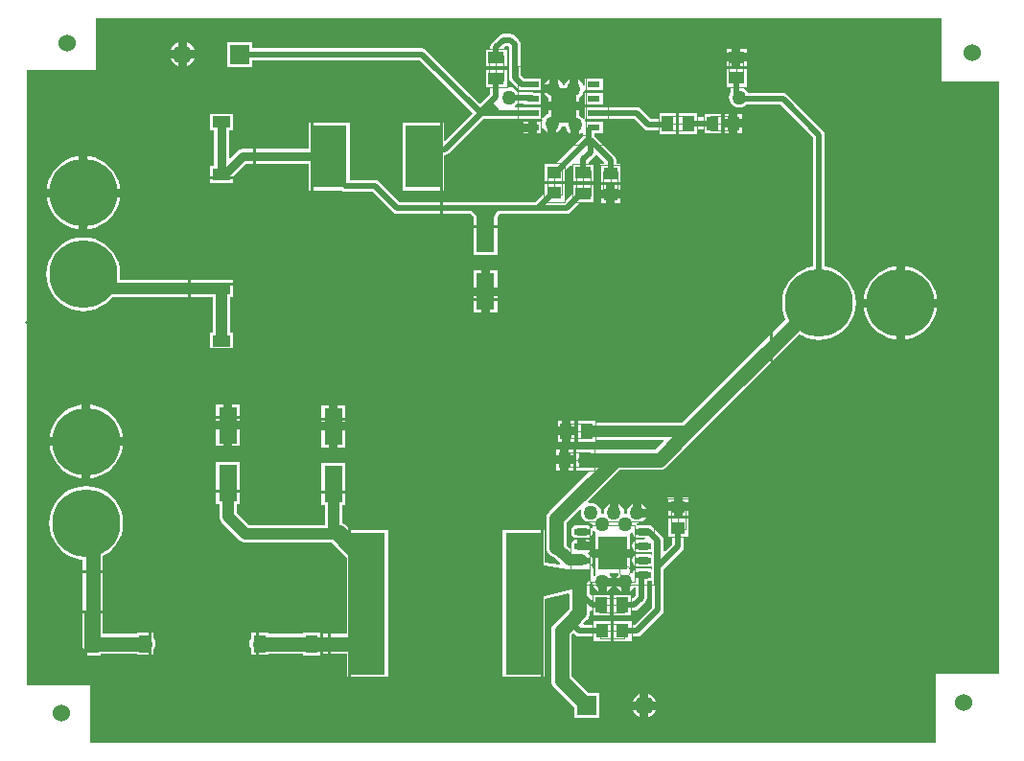
<source format=gtl>
G04*
G04 #@! TF.GenerationSoftware,Altium Limited,Altium Designer,19.1.8 (144)*
G04*
G04 Layer_Physical_Order=1*
G04 Layer_Color=255*
%FSLAX25Y25*%
%MOIN*%
G70*
G01*
G75*
%ADD12C,0.01000*%
%ADD14C,0.00394*%
%ADD16C,0.00197*%
%ADD17O,0.05709X0.02362*%
%ADD18R,0.09843X0.11811*%
%ADD19R,0.04331X0.01968*%
%ADD20R,0.08661X0.12205*%
%ADD21R,0.06299X0.12598*%
%ADD22R,0.12402X0.49213*%
%ADD23R,0.12205X0.21654*%
%ADD24R,0.05512X0.04134*%
%ADD25R,0.05118X0.04134*%
%ADD26R,0.04134X0.05118*%
%ADD27R,0.04134X0.05512*%
%ADD46C,0.02000*%
%ADD47C,0.05000*%
%ADD48C,0.04000*%
%ADD49C,0.03000*%
%ADD50C,0.06000*%
%ADD51R,0.05906X0.03937*%
%ADD52R,0.03937X0.05906*%
%ADD53C,0.23622*%
%ADD54C,0.06000*%
%ADD55R,0.06693X0.06693*%
%ADD56C,0.06693*%
%ADD57C,0.05000*%
G36*
X320000Y232000D02*
X340000D01*
Y26000D01*
X318000D01*
Y2000D01*
X24000D01*
Y22000D01*
X2000D01*
Y236000D01*
X26000D01*
Y254000D01*
X320000D01*
Y232000D01*
D02*
G37*
%LPC*%
G36*
X57500Y245583D02*
Y243000D01*
X60083D01*
X59797Y243692D01*
X59100Y244600D01*
X58192Y245297D01*
X57500Y245583D01*
D02*
G37*
G36*
X54500D02*
X53808Y245297D01*
X52900Y244600D01*
X52203Y243692D01*
X51917Y243000D01*
X54500D01*
Y245583D01*
D02*
G37*
G36*
X252256Y243567D02*
X250000D01*
Y242000D01*
X252256D01*
Y243567D01*
D02*
G37*
G36*
X247000D02*
X244744D01*
Y242000D01*
X247000D01*
Y243567D01*
D02*
G37*
G36*
X252256Y239000D02*
X250000D01*
Y237433D01*
X252256D01*
Y239000D01*
D02*
G37*
G36*
X247000D02*
X244744D01*
Y237433D01*
X247000D01*
Y239000D01*
D02*
G37*
G36*
X60083Y240000D02*
X57500D01*
Y237417D01*
X58192Y237703D01*
X59100Y238400D01*
X59797Y239308D01*
X60083Y240000D01*
D02*
G37*
G36*
X54500D02*
X51917D01*
X52203Y239308D01*
X52900Y238400D01*
X53808Y237703D01*
X54500Y237417D01*
Y240000D01*
D02*
G37*
G36*
X183500Y232667D02*
X183235Y232557D01*
X182504Y231996D01*
X181943Y231265D01*
X181833Y231000D01*
X183500D01*
Y232667D01*
D02*
G37*
G36*
X202142Y232984D02*
X195811D01*
Y230752D01*
X195311Y230652D01*
X195057Y231265D01*
X194496Y231996D01*
X193765Y232557D01*
X193500Y232667D01*
Y229500D01*
X190500D01*
Y232667D01*
X190235Y232557D01*
X189504Y231996D01*
X188943Y231265D01*
X188771Y230850D01*
X188229D01*
X188057Y231265D01*
X187496Y231996D01*
X186765Y232557D01*
X186500Y232667D01*
Y229500D01*
X185000D01*
Y228000D01*
X181833D01*
X181943Y227735D01*
X182504Y227004D01*
X183142Y226514D01*
Y225039D01*
X193803D01*
Y226472D01*
X194496Y227004D01*
X195057Y227735D01*
X195410Y228586D01*
X195429Y228731D01*
X195811Y229016D01*
X195971Y229016D01*
X202142D01*
Y232984D01*
D02*
G37*
G36*
X170000Y248539D02*
X167500D01*
X166720Y248384D01*
X166058Y247942D01*
X163558Y245442D01*
X163116Y244780D01*
X162961Y244000D01*
Y243350D01*
X161244D01*
Y237216D01*
X168756D01*
Y243350D01*
X167887D01*
X167696Y243812D01*
X168345Y244461D01*
X169155D01*
X169461Y244155D01*
Y234000D01*
X169510Y233750D01*
X169461Y233500D01*
X169616Y232720D01*
X170058Y232058D01*
X172558Y229558D01*
X173220Y229116D01*
X174000Y228961D01*
X177717D01*
X177993Y229016D01*
X180882D01*
Y232984D01*
X177993D01*
X177717Y233039D01*
X174845D01*
X173539Y234345D01*
Y245000D01*
X173384Y245780D01*
X172942Y246442D01*
X171442Y247942D01*
X170780Y248384D01*
X170000Y248539D01*
D02*
G37*
G36*
X202142Y227984D02*
X195811D01*
Y224016D01*
X202142D01*
Y227984D01*
D02*
G37*
G36*
X80347Y245847D02*
X71653D01*
Y237154D01*
X80347D01*
Y239461D01*
X138372D01*
X156833Y221000D01*
X147241Y211409D01*
X146780Y211600D01*
Y217827D01*
X132575D01*
Y194173D01*
X146780D01*
Y206437D01*
X147193D01*
X147973Y206592D01*
X148635Y207034D01*
X160561Y218961D01*
X177717D01*
X177993Y219016D01*
X180451D01*
X180798Y219016D01*
X181176Y218649D01*
X180985Y218192D01*
X180882Y217984D01*
X180529Y217984D01*
X179217D01*
Y216000D01*
Y214016D01*
X180882D01*
Y215782D01*
X181382Y215882D01*
X181443Y215735D01*
X182004Y215004D01*
X182735Y214443D01*
X183000Y214333D01*
Y217500D01*
X186000D01*
Y214333D01*
X186265Y214443D01*
X186996Y215004D01*
X187557Y215735D01*
X187848Y216437D01*
X189044D01*
X189090Y216086D01*
X189443Y215235D01*
X190004Y214504D01*
X190735Y213943D01*
X191000Y213833D01*
Y217000D01*
X194000D01*
Y213833D01*
X194265Y213943D01*
X194772Y214332D01*
X195272Y214085D01*
Y212947D01*
X185892Y203567D01*
X181658D01*
Y197433D01*
X188776D01*
Y200683D01*
X190961Y202868D01*
X191461Y202661D01*
Y197216D01*
X198972D01*
Y203350D01*
X197256D01*
Y204155D01*
X199159Y206058D01*
X199401Y206421D01*
X200028Y206501D01*
X202677Y203852D01*
Y203209D01*
X201157D01*
Y197075D01*
X208276D01*
Y203209D01*
X206756D01*
Y204697D01*
X206600Y205477D01*
X206158Y206139D01*
X206158Y206139D01*
X199350Y212947D01*
Y214016D01*
X202142D01*
Y217984D01*
X195881D01*
X195777Y218235D01*
X195709Y218693D01*
X195952Y219006D01*
X195968Y219016D01*
X196212Y219016D01*
X198700D01*
X198976Y218961D01*
X213155D01*
X216558Y215558D01*
X217220Y215116D01*
X218000Y214961D01*
X221366D01*
Y213744D01*
X227500D01*
Y221256D01*
X221366D01*
Y219039D01*
X218845D01*
X215442Y222442D01*
X214780Y222884D01*
X214000Y223039D01*
X198976D01*
X198700Y222984D01*
X195811D01*
Y219459D01*
X195811Y219256D01*
X195406Y219118D01*
Y219118D01*
X195406D01*
X195052Y219423D01*
X194996Y219496D01*
X194265Y220057D01*
X193803Y220249D01*
Y222039D01*
X183142D01*
Y220726D01*
X182735Y220557D01*
X182004Y219996D01*
X181443Y219265D01*
X181382Y219118D01*
X180882Y219218D01*
X180882Y219479D01*
X180882Y219480D01*
X180882Y219481D01*
Y222984D01*
X177993D01*
X177717Y223039D01*
X171544D01*
X171391Y223539D01*
X171996Y224004D01*
X172155Y224211D01*
X174551D01*
Y224016D01*
X180882D01*
Y227984D01*
X178471D01*
X178247Y228134D01*
X177466Y228289D01*
X172539D01*
X171996Y228996D01*
X171265Y229557D01*
X170414Y229910D01*
X169500Y230030D01*
X169256Y229998D01*
X168756Y230437D01*
Y236067D01*
X161244D01*
Y229933D01*
X162961D01*
Y227561D01*
X159500Y224100D01*
X140658Y242942D01*
X139997Y243384D01*
X139216Y243539D01*
X80347D01*
Y245847D01*
D02*
G37*
G36*
X250567Y221059D02*
X249000D01*
Y219000D01*
X250567D01*
Y221059D01*
D02*
G37*
G36*
X246000D02*
X244433D01*
Y219000D01*
X246000D01*
Y221059D01*
D02*
G37*
G36*
X176216Y217984D02*
X174551D01*
Y217500D01*
X176216D01*
Y217984D01*
D02*
G37*
G36*
Y214500D02*
X174551D01*
Y214016D01*
X176216D01*
Y214500D01*
D02*
G37*
G36*
X250567Y216000D02*
X249000D01*
Y213941D01*
X250567D01*
Y216000D01*
D02*
G37*
G36*
X246000D02*
X244433D01*
Y213941D01*
X246000D01*
Y216000D01*
D02*
G37*
G36*
X234784Y221256D02*
X228650D01*
Y213744D01*
X234784D01*
Y215461D01*
X237150D01*
Y213941D01*
X243284D01*
Y221059D01*
X237150D01*
Y219539D01*
X234784D01*
Y221256D01*
D02*
G37*
G36*
X23000Y206079D02*
Y194846D01*
X34233D01*
X34192Y195357D01*
X33722Y197318D01*
X32950Y199180D01*
X31896Y200900D01*
X30587Y202433D01*
X29053Y203743D01*
X27334Y204797D01*
X25471Y205568D01*
X23510Y206039D01*
X23000Y206079D01*
D02*
G37*
G36*
X20000D02*
X19490Y206039D01*
X17529Y205568D01*
X15666Y204797D01*
X13947Y203743D01*
X12413Y202433D01*
X11104Y200900D01*
X10050Y199180D01*
X9278Y197318D01*
X8808Y195357D01*
X8767Y194846D01*
X20000D01*
Y206079D01*
D02*
G37*
G36*
X208276Y195925D02*
X206217D01*
Y194358D01*
X208276D01*
Y195925D01*
D02*
G37*
G36*
X203217D02*
X201157D01*
Y194358D01*
X203217D01*
Y195925D01*
D02*
G37*
G36*
X208276Y191358D02*
X206217D01*
Y189791D01*
X208276D01*
Y191358D01*
D02*
G37*
G36*
X203217D02*
X201157D01*
Y189791D01*
X203217D01*
Y191358D01*
D02*
G37*
G36*
X34233Y191847D02*
X23000D01*
Y180614D01*
X23510Y180654D01*
X25471Y181125D01*
X27334Y181896D01*
X29053Y182950D01*
X30587Y184260D01*
X31896Y185793D01*
X32950Y187512D01*
X33722Y189375D01*
X34192Y191336D01*
X34233Y191847D01*
D02*
G37*
G36*
X20000D02*
X8767D01*
X8808Y191336D01*
X9278Y189375D01*
X10050Y187512D01*
X11104Y185793D01*
X12413Y184260D01*
X13947Y182950D01*
X15666Y181896D01*
X17529Y181125D01*
X19490Y180654D01*
X20000Y180614D01*
Y191847D01*
D02*
G37*
G36*
X73472Y220843D02*
X65567D01*
Y214906D01*
X66951D01*
Y202732D01*
X65547D01*
Y196795D01*
X73453D01*
Y199127D01*
X77776Y203451D01*
X99898D01*
Y194173D01*
X111247D01*
X111822Y193789D01*
X112602Y193634D01*
X122120D01*
X129196Y186558D01*
X129857Y186116D01*
X130638Y185961D01*
X130638Y185961D01*
X156155D01*
X157067Y185049D01*
Y171780D01*
X165366D01*
Y184795D01*
X166066Y185961D01*
X189528D01*
X190308Y186116D01*
X190970Y186558D01*
X194344Y189933D01*
X198972D01*
Y196067D01*
X191461D01*
Y192817D01*
X189276Y190632D01*
X188776Y190839D01*
Y196283D01*
X181658D01*
Y193034D01*
X178663Y190039D01*
X131483D01*
X124407Y197115D01*
X123745Y197557D01*
X122965Y197712D01*
X114102D01*
Y217827D01*
X99898D01*
Y208549D01*
X76720D01*
X75745Y208355D01*
X74918Y207802D01*
X72511Y205395D01*
X72049Y205587D01*
Y214906D01*
X73472D01*
Y220843D01*
D02*
G37*
G36*
X165366Y166299D02*
X162716D01*
Y160500D01*
X165366D01*
Y166299D01*
D02*
G37*
G36*
X159716D02*
X157067D01*
Y160500D01*
X159716D01*
Y166299D01*
D02*
G37*
G36*
X307063Y167733D02*
Y156500D01*
X318296D01*
X318255Y157010D01*
X317785Y158971D01*
X317013Y160834D01*
X315959Y162553D01*
X314650Y164087D01*
X313116Y165396D01*
X311397Y166450D01*
X309534Y167222D01*
X307573Y167692D01*
X307063Y167733D01*
D02*
G37*
G36*
X304063D02*
X303553Y167692D01*
X301592Y167222D01*
X299729Y166450D01*
X298010Y165396D01*
X296476Y164087D01*
X295167Y162553D01*
X294113Y160834D01*
X293341Y158971D01*
X292871Y157010D01*
X292830Y156500D01*
X304063D01*
Y167733D01*
D02*
G37*
G36*
X165366Y157500D02*
X162716D01*
Y151701D01*
X165366D01*
Y157500D01*
D02*
G37*
G36*
X159716D02*
X157067D01*
Y151701D01*
X159716D01*
Y157500D01*
D02*
G37*
G36*
X318296Y153500D02*
X307063D01*
Y142267D01*
X307573Y142308D01*
X309534Y142778D01*
X311397Y143550D01*
X313116Y144604D01*
X314650Y145913D01*
X315959Y147447D01*
X317013Y149166D01*
X317785Y151029D01*
X318255Y152990D01*
X318296Y153500D01*
D02*
G37*
G36*
X304063D02*
X292830D01*
X292871Y152990D01*
X293341Y151029D01*
X294113Y149166D01*
X295167Y147447D01*
X296476Y145913D01*
X298010Y144604D01*
X299729Y143550D01*
X301592Y142778D01*
X303553Y142308D01*
X304063Y142267D01*
Y153500D01*
D02*
G37*
G36*
X252256Y236283D02*
X244744D01*
Y230150D01*
X246461D01*
Y228500D01*
X246494Y228332D01*
X246443Y228265D01*
X246090Y227414D01*
X245970Y226500D01*
X246090Y225586D01*
X246443Y224735D01*
X247004Y224004D01*
X247735Y223443D01*
X248586Y223090D01*
X249500Y222970D01*
X250414Y223090D01*
X251265Y223443D01*
X251940Y223961D01*
X263872D01*
X275177Y212655D01*
Y167685D01*
X273246Y167222D01*
X271382Y166450D01*
X269663Y165396D01*
X268130Y164087D01*
X266820Y162553D01*
X265767Y160834D01*
X264995Y158971D01*
X264524Y157010D01*
X264366Y155000D01*
X264524Y152990D01*
X264995Y151029D01*
X265656Y149432D01*
X229750Y113526D01*
X199567D01*
Y114256D01*
X193433D01*
Y106744D01*
X199567D01*
Y107474D01*
X223045D01*
X223236Y107012D01*
X220254Y104030D01*
X199067D01*
Y104256D01*
X192933D01*
Y102242D01*
X192590Y101414D01*
X192470Y100500D01*
X192590Y99586D01*
X192933Y98758D01*
Y96744D01*
X197098D01*
X197290Y96282D01*
X183504Y82496D01*
X182943Y81765D01*
X182590Y80914D01*
X182470Y80000D01*
Y70000D01*
X182590Y69086D01*
X182943Y68235D01*
X183504Y67504D01*
X184235Y66943D01*
X185086Y66590D01*
X185137Y66583D01*
X187342Y64379D01*
X187116Y63933D01*
X181701Y64769D01*
Y76106D01*
X167299D01*
Y24894D01*
X181701D01*
Y51907D01*
X190062Y54077D01*
X190458Y53771D01*
Y48734D01*
X188356Y46632D01*
X185220Y43496D01*
X184659Y42765D01*
X184307Y41914D01*
X184186Y41000D01*
Y23784D01*
X184307Y22870D01*
X184659Y22018D01*
X185220Y21287D01*
X192154Y14354D01*
Y10654D01*
X200847D01*
Y19346D01*
X197146D01*
X191247Y25246D01*
Y39538D01*
X191907Y40198D01*
X192546Y39558D01*
X193208Y39116D01*
X193988Y38961D01*
X198650D01*
Y37441D01*
X204784D01*
Y44559D01*
X198650D01*
Y43039D01*
X195455D01*
X195248Y43539D01*
X196484Y44775D01*
X197045Y45507D01*
X197398Y46358D01*
X197518Y47272D01*
Y47695D01*
X198018Y48057D01*
X198500Y47961D01*
X198508D01*
Y46244D01*
X204642D01*
Y53756D01*
X198508D01*
Y53529D01*
X198046Y53338D01*
X197518Y53865D01*
Y57234D01*
X198003Y57718D01*
X198530Y57539D01*
X198590Y57086D01*
X198943Y56235D01*
X199504Y55504D01*
X200235Y54943D01*
X200500Y54833D01*
Y58000D01*
X202000D01*
Y59500D01*
X205167D01*
X205057Y59765D01*
X204496Y60496D01*
X204368Y60594D01*
X204538Y61094D01*
X207462D01*
X207632Y60594D01*
X207504Y60496D01*
X206943Y59765D01*
X206833Y59500D01*
X210000D01*
Y58000D01*
X211500D01*
Y54833D01*
X211765Y54943D01*
X212496Y55504D01*
X212906Y56037D01*
X213406Y55868D01*
Y53290D01*
X212425Y52309D01*
X211925Y52516D01*
Y53756D01*
X205791D01*
Y46244D01*
X211925D01*
Y47961D01*
X213000D01*
X213780Y48116D01*
X214442Y48558D01*
X216887Y51003D01*
X217329Y51665D01*
X217484Y52445D01*
X217484Y52445D01*
Y58276D01*
X217846D01*
X218698Y58446D01*
X218780Y58500D01*
X219221Y58265D01*
Y49104D01*
X213155Y43039D01*
X212067D01*
Y44559D01*
X205933D01*
Y37441D01*
X212067D01*
Y38961D01*
X214000D01*
X214780Y39116D01*
X215442Y39558D01*
X222702Y46818D01*
X223144Y47480D01*
X223299Y48260D01*
Y62415D01*
X229658Y68775D01*
X229659Y68775D01*
X230100Y69436D01*
X230256Y70217D01*
X230256Y70217D01*
Y73791D01*
X231776D01*
Y79925D01*
X224658D01*
Y73791D01*
X226177D01*
Y71061D01*
X223761Y68645D01*
X223299Y68836D01*
Y72240D01*
X223144Y73020D01*
X222702Y73682D01*
X219636Y76748D01*
X219419Y77073D01*
X218698Y77555D01*
X218605Y77573D01*
X218564Y77601D01*
X217783Y77756D01*
X217623Y77724D01*
X214500D01*
X214279Y77680D01*
X213823Y78036D01*
X214000Y78470D01*
X214914Y78590D01*
X215765Y78943D01*
X216496Y79504D01*
X217057Y80235D01*
X217167Y80500D01*
X214000D01*
Y82000D01*
X212500D01*
Y85167D01*
X212235Y85057D01*
X211504Y84496D01*
X210943Y83765D01*
X210590Y82914D01*
X210470Y82000D01*
X210487Y81866D01*
X210134Y81513D01*
X210000Y81530D01*
X209866Y81513D01*
X209513Y81866D01*
X209530Y82000D01*
X209410Y82914D01*
X209057Y83765D01*
X208496Y84496D01*
X207765Y85057D01*
X207500Y85167D01*
Y82000D01*
X204500D01*
Y85167D01*
X204235Y85057D01*
X203504Y84496D01*
X202943Y83765D01*
X202590Y82914D01*
X202470Y82000D01*
X202487Y81866D01*
X202134Y81513D01*
X202000Y81530D01*
X201866Y81513D01*
X201513Y81866D01*
X201530Y82000D01*
X201410Y82914D01*
X201057Y83765D01*
X200496Y84496D01*
X199765Y85057D01*
X198914Y85410D01*
X198000Y85530D01*
X197113Y85413D01*
X197074Y85446D01*
X196878Y85885D01*
X207962Y96970D01*
X221717D01*
X222630Y97090D01*
X223482Y97443D01*
X224213Y98004D01*
X233963Y107754D01*
X270376Y144167D01*
X271382Y143550D01*
X273246Y142778D01*
X275206Y142308D01*
X277217Y142149D01*
X279227Y142308D01*
X281188Y142778D01*
X283051Y143550D01*
X284770Y144604D01*
X286303Y145913D01*
X287613Y147447D01*
X288667Y149166D01*
X289438Y151029D01*
X289909Y152990D01*
X290067Y155000D01*
X289909Y157010D01*
X289438Y158971D01*
X288667Y160834D01*
X287613Y162553D01*
X286303Y164087D01*
X284770Y165396D01*
X283051Y166450D01*
X281188Y167222D01*
X279256Y167685D01*
Y213500D01*
X279100Y214280D01*
X278659Y214942D01*
X266159Y227442D01*
X265497Y227884D01*
X264717Y228039D01*
X252651D01*
X252557Y228265D01*
X251996Y228996D01*
X251265Y229557D01*
X251042Y229650D01*
X251142Y230150D01*
X252256D01*
Y236283D01*
D02*
G37*
G36*
X21500Y177851D02*
X19490Y177692D01*
X17529Y177222D01*
X15666Y176450D01*
X13947Y175396D01*
X12413Y174087D01*
X11104Y172553D01*
X10050Y170834D01*
X9278Y168971D01*
X8808Y167010D01*
X8649Y165000D01*
X8808Y162990D01*
X9278Y161029D01*
X10050Y159166D01*
X11104Y157447D01*
X12413Y155913D01*
X13947Y154604D01*
X15666Y153550D01*
X17529Y152778D01*
X19490Y152308D01*
X21500Y152149D01*
X23510Y152308D01*
X25471Y152778D01*
X27334Y153550D01*
X29053Y154604D01*
X30587Y155913D01*
X31493Y156974D01*
X66494D01*
Y144661D01*
X65567D01*
Y138724D01*
X69084D01*
X69520Y138667D01*
X69956Y138724D01*
X73472D01*
Y144661D01*
X72546D01*
Y157032D01*
X73453D01*
Y162969D01*
X68936D01*
X68500Y163026D01*
X34564D01*
X34224Y163393D01*
X34351Y165000D01*
X34192Y167010D01*
X33722Y168971D01*
X32950Y170834D01*
X31896Y172553D01*
X30587Y174087D01*
X29053Y175396D01*
X27334Y176450D01*
X25471Y177222D01*
X23510Y177692D01*
X21500Y177851D01*
D02*
G37*
G36*
X75866Y119799D02*
X73216D01*
Y114000D01*
X75866D01*
Y119799D01*
D02*
G37*
G36*
X70217D02*
X67567D01*
Y114000D01*
X70217D01*
Y119799D01*
D02*
G37*
G36*
X112650Y119378D02*
X110000D01*
Y113579D01*
X112650D01*
Y119378D01*
D02*
G37*
G36*
X107000D02*
X104350D01*
Y113579D01*
X107000D01*
Y119378D01*
D02*
G37*
G36*
X192283Y114256D02*
X190717D01*
Y112000D01*
X192283D01*
Y114256D01*
D02*
G37*
G36*
X187716D02*
X186150D01*
Y112000D01*
X187716D01*
Y114256D01*
D02*
G37*
G36*
X24000Y119579D02*
Y108346D01*
X35233D01*
X35192Y108857D01*
X34722Y110818D01*
X33950Y112680D01*
X32896Y114400D01*
X31587Y115933D01*
X30053Y117243D01*
X28334Y118297D01*
X26471Y119068D01*
X24510Y119539D01*
X24000Y119579D01*
D02*
G37*
G36*
X21000D02*
X20490Y119539D01*
X18529Y119068D01*
X16666Y118297D01*
X14947Y117243D01*
X13413Y115933D01*
X12104Y114400D01*
X11050Y112680D01*
X10278Y110818D01*
X9808Y108857D01*
X9767Y108346D01*
X21000D01*
Y119579D01*
D02*
G37*
G36*
X192283Y109000D02*
X190717D01*
Y106744D01*
X192283D01*
Y109000D01*
D02*
G37*
G36*
X187716D02*
X186150D01*
Y106744D01*
X187716D01*
Y109000D01*
D02*
G37*
G36*
X75866Y111000D02*
X73216D01*
Y105201D01*
X75866D01*
Y111000D01*
D02*
G37*
G36*
X70217D02*
X67567D01*
Y105201D01*
X70217D01*
Y111000D01*
D02*
G37*
G36*
X112650Y110579D02*
X110000D01*
Y104780D01*
X112650D01*
Y110579D01*
D02*
G37*
G36*
X107000D02*
X104350D01*
Y104780D01*
X107000D01*
Y110579D01*
D02*
G37*
G36*
X191783Y104256D02*
X190217D01*
Y102000D01*
X191783D01*
Y104256D01*
D02*
G37*
G36*
X187216D02*
X185650D01*
Y102000D01*
X187216D01*
Y104256D01*
D02*
G37*
G36*
X191783Y99000D02*
X190217D01*
Y96744D01*
X191783D01*
Y99000D01*
D02*
G37*
G36*
X187216D02*
X185650D01*
Y96744D01*
X187216D01*
Y99000D01*
D02*
G37*
G36*
X35233Y105347D02*
X24000D01*
Y94114D01*
X24510Y94154D01*
X26471Y94625D01*
X28334Y95397D01*
X30053Y96450D01*
X31587Y97760D01*
X32896Y99293D01*
X33950Y101012D01*
X34722Y102875D01*
X35192Y104836D01*
X35233Y105347D01*
D02*
G37*
G36*
X21000D02*
X9767D01*
X9808Y104836D01*
X10278Y102875D01*
X11050Y101012D01*
X12104Y99293D01*
X13413Y97760D01*
X14947Y96450D01*
X16666Y95397D01*
X18529Y94625D01*
X20490Y94154D01*
X21000Y94114D01*
Y105347D01*
D02*
G37*
G36*
X231776Y87209D02*
X229716D01*
Y85642D01*
X231776D01*
Y87209D01*
D02*
G37*
G36*
X226716D02*
X224658D01*
Y85642D01*
X226716D01*
Y87209D01*
D02*
G37*
G36*
X215500Y85167D02*
Y83500D01*
X217167D01*
X217057Y83765D01*
X216496Y84496D01*
X215765Y85057D01*
X215500Y85167D01*
D02*
G37*
G36*
X231776Y82642D02*
X229716D01*
Y81075D01*
X231776D01*
Y82642D01*
D02*
G37*
G36*
X226716D02*
X224658D01*
Y81075D01*
X226716D01*
Y82642D01*
D02*
G37*
G36*
X208500Y56500D02*
X206833D01*
X206943Y56235D01*
X207504Y55504D01*
X208235Y54943D01*
X208500Y54833D01*
Y56500D01*
D02*
G37*
G36*
X205167D02*
X203500D01*
Y54833D01*
X203765Y54943D01*
X204496Y55504D01*
X205057Y56235D01*
X205167Y56500D01*
D02*
G37*
G36*
X75866Y99721D02*
X67567D01*
Y85122D01*
X68691D01*
Y80783D01*
X68794Y80000D01*
X69096Y79270D01*
X69577Y78644D01*
X75754Y72467D01*
X75754Y72467D01*
X76381Y71986D01*
X77110Y71684D01*
X77894Y71580D01*
X107714D01*
X113067Y66227D01*
Y40030D01*
X103842D01*
Y40433D01*
X97905D01*
Y40030D01*
X85732D01*
Y40453D01*
X79795D01*
Y38381D01*
X79707Y38265D01*
X79354Y37414D01*
X79234Y36500D01*
X79354Y35586D01*
X79707Y34735D01*
X79795Y34619D01*
Y32547D01*
X85732D01*
Y32970D01*
X97905D01*
Y32528D01*
X103842D01*
Y32970D01*
X113067D01*
Y24894D01*
X127469D01*
Y76106D01*
X114715D01*
X114571Y76135D01*
X113247Y77459D01*
X112411Y78100D01*
X111526Y78467D01*
Y84701D01*
X112650D01*
Y99299D01*
X104350D01*
Y84701D01*
X105474D01*
Y77632D01*
X79147D01*
X74742Y82037D01*
Y85122D01*
X75866D01*
Y99721D01*
D02*
G37*
G36*
X22500Y91351D02*
X20490Y91192D01*
X18529Y90722D01*
X16666Y89950D01*
X14947Y88896D01*
X13413Y87587D01*
X12104Y86053D01*
X11050Y84334D01*
X10278Y82471D01*
X9808Y80510D01*
X9649Y78500D01*
X9808Y76490D01*
X10278Y74529D01*
X11050Y72666D01*
X12104Y70947D01*
X13413Y69413D01*
X14947Y68104D01*
X16666Y67050D01*
X18529Y66278D01*
X20490Y65808D01*
X21163Y65755D01*
Y36480D01*
X21283Y35567D01*
X21636Y34715D01*
X21724Y34600D01*
Y32528D01*
X27661D01*
Y32950D01*
X40031D01*
Y32547D01*
X45968D01*
Y34625D01*
X46038Y34715D01*
X46390Y35567D01*
X46510Y36480D01*
X46390Y37394D01*
X46038Y38245D01*
X45968Y38335D01*
Y40453D01*
X40031D01*
Y40010D01*
X28223D01*
Y67004D01*
X28334Y67050D01*
X30053Y68104D01*
X31587Y69413D01*
X32896Y70947D01*
X33950Y72666D01*
X34722Y74529D01*
X35192Y76490D01*
X35351Y78500D01*
X35192Y80510D01*
X34722Y82471D01*
X33950Y84334D01*
X32896Y86053D01*
X31587Y87587D01*
X30053Y88896D01*
X28334Y89950D01*
X26471Y90722D01*
X24510Y91192D01*
X22500Y91351D01*
D02*
G37*
G36*
X218000Y19083D02*
Y16500D01*
X220583D01*
X220297Y17192D01*
X219600Y18100D01*
X218692Y18797D01*
X218000Y19083D01*
D02*
G37*
G36*
X215000D02*
X214308Y18797D01*
X213400Y18100D01*
X212703Y17192D01*
X212417Y16500D01*
X215000D01*
Y19083D01*
D02*
G37*
G36*
X220583Y13500D02*
X218000D01*
Y10917D01*
X218692Y11203D01*
X219600Y11900D01*
X220297Y12808D01*
X220583Y13500D01*
D02*
G37*
G36*
X215000D02*
X212417D01*
X212703Y12808D01*
X213400Y11900D01*
X214308Y11203D01*
X215000Y10917D01*
Y13500D01*
D02*
G37*
%LPD*%
G36*
X166000Y222500D02*
X167000Y221500D01*
X161000Y221500D01*
X163500Y225000D01*
X166000Y222500D01*
D02*
G37*
G36*
X165500Y187000D02*
X164000Y184500D01*
X161500D01*
X159000Y187000D01*
X164500Y187500D01*
X165500Y187000D01*
D02*
G37*
G36*
X194554Y82926D02*
X194587Y82887D01*
X194470Y82000D01*
X194590Y81086D01*
X194943Y80235D01*
X195504Y79504D01*
X196235Y78943D01*
X197086Y78590D01*
X198000Y78470D01*
X198134Y78487D01*
X198487Y78134D01*
X198470Y78000D01*
X198590Y77086D01*
X198648Y76946D01*
X198205Y76709D01*
X197962Y77073D01*
X197241Y77555D01*
X196390Y77724D01*
X193043D01*
X192192Y77555D01*
X191471Y77073D01*
X190989Y76351D01*
X190820Y75500D01*
X190989Y74649D01*
X191471Y73927D01*
X192192Y73445D01*
X193043Y73276D01*
X196390D01*
X197241Y73445D01*
X197962Y73927D01*
X198444Y74649D01*
X198614Y75500D01*
X198554Y75801D01*
X198607Y75851D01*
X199282Y75793D01*
X199504Y75504D01*
X199632Y75406D01*
X199524Y74906D01*
X199524D01*
X199524Y74906D01*
Y69500D01*
X205445D01*
X211366D01*
Y74778D01*
X211765Y74943D01*
X211929Y75069D01*
X212397Y74892D01*
X212445Y74649D01*
X212928Y73927D01*
X213649Y73445D01*
X214500Y73276D01*
X216873D01*
X216908Y73224D01*
X216640Y72724D01*
X214500D01*
X213649Y72554D01*
X212928Y72072D01*
X212445Y71351D01*
X212276Y70500D01*
X212445Y69649D01*
X212928Y68928D01*
X213649Y68445D01*
X214500Y68276D01*
X217846D01*
X218698Y68445D01*
X218780Y68500D01*
X219221Y68265D01*
Y67735D01*
X218780Y67500D01*
X218698Y67554D01*
X217846Y67724D01*
X214500D01*
X213649Y67554D01*
X212928Y67072D01*
X212445Y66351D01*
X212276Y65500D01*
X212445Y64649D01*
X212928Y63928D01*
X213649Y63446D01*
X214500Y63276D01*
X217846D01*
X218698Y63446D01*
X218780Y63500D01*
X218931Y63420D01*
X219232Y63201D01*
X219247Y63128D01*
X219221Y62996D01*
Y62735D01*
X218780Y62500D01*
X218698Y62555D01*
X217846Y62724D01*
X215605D01*
X215445Y62756D01*
X215285Y62724D01*
X214500D01*
X213649Y62555D01*
X212928Y62072D01*
X212445Y61351D01*
X212397Y61108D01*
X211929Y60931D01*
X211765Y61057D01*
X211366Y61222D01*
Y66500D01*
X205445D01*
X199524D01*
Y61094D01*
X199524Y61094D01*
X199524D01*
X199632Y60594D01*
X199504Y60496D01*
X199236Y60147D01*
X198736Y60317D01*
Y62500D01*
X198659Y62890D01*
X198438Y63221D01*
X198107Y63442D01*
X198044Y63653D01*
X197994Y63974D01*
X198444Y64649D01*
X198614Y65500D01*
X198444Y66351D01*
X197962Y67072D01*
X197241Y67554D01*
X197065Y67589D01*
X196876Y67866D01*
X197073Y68412D01*
X197241Y68445D01*
X197962Y68928D01*
X198011Y69000D01*
X194717D01*
Y70500D01*
X193217D01*
Y72724D01*
X193043D01*
X192192Y72554D01*
X191471Y72072D01*
X190989Y71351D01*
X190820Y70500D01*
X190902Y70084D01*
X190441Y69838D01*
X189530Y70749D01*
Y78538D01*
X194115Y83122D01*
X194554Y82926D01*
D02*
G37*
G36*
X180000Y64000D02*
X189716Y62500D01*
X197716D01*
Y58874D01*
X195343Y56500D01*
X178000Y52000D01*
X173716Y61500D01*
X173716Y66000D01*
X180000Y64000D01*
D02*
G37*
%LPC*%
G36*
X196390Y72724D02*
X196216D01*
Y72000D01*
X198011D01*
X197962Y72072D01*
X197241Y72554D01*
X196390Y72724D01*
D02*
G37*
%LPD*%
D12*
X194579Y65638D02*
X194717Y65500D01*
X22500Y78500D02*
X24693Y76307D01*
X68500Y160000D02*
X69520Y158980D01*
X21500Y165000D02*
X26500Y160000D01*
X69500Y217854D02*
X69520Y217874D01*
X69500Y199764D02*
X70484D01*
X100874Y37465D02*
X101839Y36500D01*
X114567Y74606D02*
X120268Y68906D01*
Y50500D02*
Y68906D01*
Y44634D02*
Y50500D01*
X100874Y36480D02*
Y37465D01*
X100854Y36500D02*
X100874Y36480D01*
X42980D02*
X43000Y36500D01*
X169500Y226500D02*
X169750Y226250D01*
X177466D02*
X177717Y226000D01*
X107000Y201276D02*
Y206000D01*
Y201276D02*
X112602Y195673D01*
X139677Y206000D02*
X142154Y208476D01*
X223244Y217000D02*
X224433Y218189D01*
X108500Y92000D02*
X108716Y91783D01*
X193988Y54500D02*
X194000D01*
X193988Y58035D02*
Y60716D01*
X215445Y75717D02*
X217783D01*
X221260Y62996D02*
Y63260D01*
X171500Y233500D02*
Y234000D01*
X247811Y233217D02*
X248500D01*
X197311Y212102D02*
X197716Y211697D01*
X197311Y215516D02*
X197795Y216000D01*
X194528Y193000D02*
X195217D01*
X231217Y110500D02*
X231467Y110250D01*
X179717Y188000D02*
Y188209D01*
X184724Y193217D02*
X185216D01*
X227075Y75717D02*
X228217Y76858D01*
X185216Y200500D02*
X185709D01*
X197795Y216000D02*
X198976D01*
X224433Y217500D02*
Y218189D01*
X58181Y223780D02*
X80858D01*
X81016Y135787D02*
Y223780D01*
X58339Y135787D02*
X81016D01*
X58181D02*
Y223780D01*
X106780Y25142D02*
Y47819D01*
X18787Y24984D02*
X106780D01*
X18787D02*
Y47661D01*
Y47819D02*
X106780D01*
X58260Y198799D02*
X80937D01*
Y221299D01*
X58102Y199026D02*
Y221142D01*
X58260Y221299D02*
X80937D01*
X58339Y161604D02*
X81016D01*
X58181Y161447D02*
X58339Y161604D01*
X58181Y139331D02*
Y161447D01*
X81016Y139104D02*
Y161604D01*
X58339Y139104D02*
X81016D01*
X81799Y25063D02*
Y47740D01*
Y25063D02*
X104299D01*
X82026Y47898D02*
X104142D01*
X104299Y25063D02*
Y47740D01*
X44604Y24984D02*
Y47661D01*
X44447Y47819D02*
X44604Y47661D01*
X22331Y47819D02*
X44447D01*
X22104Y24984D02*
X44604D01*
X22104D02*
Y47661D01*
X83921Y95571D02*
Y115256D01*
X58724D02*
X83921D01*
X58724Y95177D02*
X64236Y89665D01*
X58724Y95177D02*
Y115256D01*
X78016Y89665D02*
X83921Y95571D01*
X64236Y89665D02*
X78016D01*
X120705Y95150D02*
Y114835D01*
X95508D02*
X120705D01*
X95508Y94756D02*
X101020Y89244D01*
X95508Y94756D02*
Y114835D01*
X114799Y89244D02*
X120705Y95150D01*
X101020Y89244D02*
X114799D01*
X149012Y156244D02*
Y175929D01*
Y156244D02*
X174209D01*
X168697Y181835D02*
X174209Y176323D01*
Y156244D02*
Y176323D01*
X149012Y175929D02*
X154917Y181835D01*
X168697D01*
X2500Y61847D02*
X42500D01*
X1500Y148346D02*
X41500D01*
X260563Y135000D02*
Y175000D01*
X113969Y17035D02*
Y83965D01*
X180898Y17035D02*
Y83965D01*
X113969D02*
X180898D01*
X113969Y17035D02*
X180898D01*
X100701Y181197D02*
Y230803D01*
X145976Y181197D02*
Y230803D01*
X100701Y181197D02*
X145976D01*
X100701Y230803D02*
X145976D01*
D14*
X211744Y61701D02*
G03*
X211744Y61701I-1969J0D01*
G01*
X197571Y77842D02*
X213319D01*
X197571Y58157D02*
X213319D01*
X197571D02*
Y77842D01*
X213319Y58157D02*
Y77842D01*
X196221Y213461D02*
Y233539D01*
X180472D02*
X196221D01*
X180472Y213461D02*
Y233539D01*
Y213461D02*
X196221D01*
X192736Y200874D02*
X197697D01*
X192736Y192409D02*
X197697D01*
Y200874D01*
X192736Y192409D02*
Y200874D01*
X182736Y192626D02*
X187697D01*
X182736Y201091D02*
X187697D01*
X182736Y192626D02*
Y201091D01*
X187697Y192626D02*
Y201091D01*
X202236Y192268D02*
X207197D01*
X202236Y200732D02*
X207197D01*
X202236Y192268D02*
Y200732D01*
X207197Y192268D02*
Y200732D01*
X248091Y215020D02*
Y219980D01*
X239626Y215020D02*
Y219980D01*
Y215020D02*
X248091D01*
X239626Y219980D02*
X248091D01*
X223843Y215020D02*
Y219980D01*
X232307Y215020D02*
Y219980D01*
X223843D02*
X232307D01*
X223843Y215020D02*
X232307D01*
X246020Y232626D02*
X250980D01*
X246020Y241091D02*
X250980D01*
X246020Y232626D02*
Y241091D01*
X250980Y232626D02*
Y241091D01*
X162520Y240874D02*
X167480D01*
X162520Y232409D02*
X167480D01*
Y240874D01*
X162520Y232409D02*
Y240874D01*
X197091Y108020D02*
Y112980D01*
X188626Y108020D02*
Y112980D01*
Y108020D02*
X197091D01*
X188626Y112980D02*
X197091D01*
X196591Y98020D02*
Y102980D01*
X188126Y98020D02*
Y102980D01*
Y98020D02*
X196591D01*
X188126Y102980D02*
X196591D01*
X225736Y84732D02*
X230697D01*
X225736Y76268D02*
X230697D01*
Y84732D01*
X225736Y76268D02*
Y84732D01*
X209449Y47520D02*
Y52480D01*
X200984Y47520D02*
Y52480D01*
Y47520D02*
X209449D01*
X200984Y52480D02*
X209449D01*
X209591Y38520D02*
Y43480D01*
X201126Y38520D02*
Y43480D01*
Y38520D02*
X209591D01*
X201126Y43480D02*
X209591D01*
X205445Y66031D02*
Y69968D01*
X203476Y68000D02*
X207413D01*
X172598Y237476D02*
X203701D01*
Y209917D02*
Y237476D01*
X172598Y209917D02*
X203701D01*
X172598D02*
Y237476D01*
X195217Y194673D02*
Y198610D01*
X193248Y196642D02*
X197185D01*
X185216Y194890D02*
Y198827D01*
X183248Y196858D02*
X187185D01*
X204716Y194532D02*
Y198468D01*
X202748Y196500D02*
X206685D01*
X241890Y217500D02*
X245827D01*
X243858Y215531D02*
Y219468D01*
X226106Y217500D02*
X230043D01*
X228075Y215531D02*
Y219468D01*
X248500Y234890D02*
Y238827D01*
X246532Y236858D02*
X250468D01*
X165000Y234673D02*
Y238610D01*
X163031Y236642D02*
X166969D01*
X190890Y110500D02*
X194827D01*
X192858Y108531D02*
Y112469D01*
X190390Y100500D02*
X194327D01*
X192358Y98532D02*
Y102469D01*
X228217Y78531D02*
Y82468D01*
X226248Y80500D02*
X230185D01*
X203248Y50000D02*
X207185D01*
X205217Y48031D02*
Y51968D01*
X203390Y41000D02*
X207327D01*
X205358Y39031D02*
Y42968D01*
D16*
X190878Y79024D02*
X220012D01*
X190878Y56976D02*
X220012D01*
X190878D02*
Y79024D01*
X220012Y56976D02*
Y79024D01*
X191476Y203335D02*
X198957D01*
X191476Y189949D02*
X198957D01*
Y203335D01*
X191476Y189949D02*
Y203335D01*
X181673Y190165D02*
X188760D01*
X181673Y203551D02*
X188760D01*
X181673Y190165D02*
Y203551D01*
X188760Y190165D02*
Y203551D01*
X201173Y189807D02*
X208260D01*
X201173Y203193D02*
X208260D01*
X201173Y189807D02*
Y203193D01*
X208260Y189807D02*
Y203193D01*
X250551Y213957D02*
Y221043D01*
X237165Y213957D02*
Y221043D01*
Y213957D02*
X250551D01*
X237165Y221043D02*
X250551D01*
X221382Y213760D02*
Y221240D01*
X234768Y213760D02*
Y221240D01*
X221382D02*
X234768D01*
X221382Y213760D02*
X234768D01*
X244760Y230165D02*
X252240D01*
X244760Y243551D02*
X252240D01*
X244760Y230165D02*
Y243551D01*
X252240Y230165D02*
Y243551D01*
X161260Y243335D02*
X168740D01*
X161260Y229949D02*
X168740D01*
Y243335D01*
X161260Y229949D02*
Y243335D01*
X199551Y106760D02*
Y114240D01*
X186165Y106760D02*
Y114240D01*
Y106760D02*
X199551D01*
X186165Y114240D02*
X199551D01*
X199051Y96760D02*
Y104240D01*
X185665Y96760D02*
Y104240D01*
Y96760D02*
X199051D01*
X185665Y104240D02*
X199051D01*
X224673Y87193D02*
X231760D01*
X224673Y73807D02*
X231760D01*
Y87193D01*
X224673Y73807D02*
Y87193D01*
X211910Y46260D02*
Y53740D01*
X198524Y46260D02*
Y53740D01*
Y46260D02*
X211910D01*
X198524Y53740D02*
X211910D01*
X212051Y37457D02*
Y44543D01*
X198665Y37457D02*
Y44543D01*
Y37457D02*
X212051D01*
X198665Y44543D02*
X212051D01*
D17*
X194717Y75500D02*
D03*
Y70500D02*
D03*
Y65500D02*
D03*
Y60500D02*
D03*
X216173Y75500D02*
D03*
Y70500D02*
D03*
Y65500D02*
D03*
Y60500D02*
D03*
D18*
X205445Y68000D02*
D03*
D19*
X177717Y221000D02*
D03*
Y226000D02*
D03*
Y231000D02*
D03*
Y216000D02*
D03*
X198976D02*
D03*
Y231000D02*
D03*
Y226000D02*
D03*
Y221000D02*
D03*
D20*
X188472Y223539D02*
D03*
D21*
X71716Y112500D02*
D03*
Y92421D02*
D03*
X108500Y112079D02*
D03*
Y92000D02*
D03*
X161216Y159000D02*
D03*
Y179079D02*
D03*
D22*
X120268Y50500D02*
D03*
X174500D02*
D03*
D23*
X139677Y206000D02*
D03*
X107000D02*
D03*
D24*
X195217Y200284D02*
D03*
Y193000D02*
D03*
X248500Y233217D02*
D03*
Y240500D02*
D03*
X165000Y240283D02*
D03*
Y233000D02*
D03*
D25*
X185216Y193217D02*
D03*
Y200500D02*
D03*
X204716Y192858D02*
D03*
Y200142D02*
D03*
X228217Y84142D02*
D03*
Y76858D02*
D03*
D26*
X247500Y217500D02*
D03*
X240216D02*
D03*
X209000Y41000D02*
D03*
X201716D02*
D03*
D27*
X224433Y217500D02*
D03*
X231716D02*
D03*
X196500Y110500D02*
D03*
X189216D02*
D03*
X196000Y100500D02*
D03*
X188716D02*
D03*
X208858Y50000D02*
D03*
X201575D02*
D03*
D46*
X248500Y228500D02*
X251000Y226000D01*
X159500Y221217D02*
X165000Y226716D01*
X159500Y221000D02*
Y221217D01*
X159716Y221000D01*
X139216Y241500D02*
X159500Y221217D01*
X165000Y244000D02*
X167500Y246500D01*
X165000Y240283D02*
Y244000D01*
X169750Y226250D02*
X177466D01*
X76000Y241500D02*
X139216D01*
X122965Y195673D02*
X130638Y188000D01*
X112602Y195673D02*
X122965D01*
X142154Y208476D02*
X147193D01*
X251000Y226000D02*
X264717D01*
X248500Y228500D02*
Y233217D01*
X165000Y226716D02*
Y233000D01*
X220110Y217000D02*
X223244D01*
X218000D02*
X220110D01*
X214000Y221000D02*
X218000Y217000D01*
X198976Y221000D02*
X214000D01*
X194000Y54500D02*
X198500Y50000D01*
X201575D01*
X215445Y52445D02*
Y60716D01*
X213000Y50000D02*
X215445Y52445D01*
X208858Y50000D02*
X213000D01*
X221260Y48260D02*
Y62996D01*
X214000Y41000D02*
X221260Y48260D01*
X209000Y41000D02*
X214000D01*
X221260Y63260D02*
Y72240D01*
Y63260D02*
X228217Y70217D01*
Y76858D01*
X217783Y75717D02*
X221260Y72240D01*
X174000Y231000D02*
X177717D01*
X171500Y233500D02*
X174000Y231000D01*
X171500Y234000D02*
Y245000D01*
X167500Y246500D02*
X170000D01*
X171500Y245000D01*
X130638Y188000D02*
X157000D01*
X147193Y208476D02*
X159716Y221000D01*
X161216Y179079D02*
Y183783D01*
X157000Y188000D02*
X161216Y183783D01*
X157000Y188000D02*
X179717D01*
X197311Y212102D02*
Y215516D01*
X179717Y188000D02*
X189528D01*
X194528Y193000D01*
X190852Y44136D02*
X193988Y41000D01*
X201716D01*
X179717Y188209D02*
X184724Y193217D01*
X197716Y211697D02*
X204716Y204697D01*
Y200142D02*
Y204697D01*
X197716Y207500D02*
Y211697D01*
X195217Y205000D02*
X197716Y207500D01*
X195217Y200284D02*
Y205000D01*
X185709Y200500D02*
X197311Y212102D01*
X231716Y217500D02*
X240216D01*
X277217Y155000D02*
Y213500D01*
X159716Y221000D02*
X177717D01*
X264717Y226000D02*
X277217Y213500D01*
D47*
X231467Y110250D02*
X276717Y155500D01*
X220717Y100500D02*
X221717D01*
X231467Y110250D01*
X206500Y100500D02*
X220717D01*
X196000D02*
X206500D01*
X186000Y80000D02*
X206500Y100500D01*
X186000Y70000D02*
Y80000D01*
X24693Y36480D02*
Y76307D01*
X101839Y36500D02*
X119000D01*
X82764D02*
X100854D01*
X24693Y36480D02*
X42980D01*
X187716Y23784D02*
Y41000D01*
Y23784D02*
X196500Y15000D01*
X193988Y54500D02*
Y58035D01*
Y47272D02*
Y54500D01*
X190852Y44136D02*
X193988Y47272D01*
X187716Y41000D02*
X190852Y44136D01*
D48*
X186000Y70000D02*
X190362Y65638D01*
X194579D01*
X26500Y160000D02*
X68500D01*
X69520Y141693D02*
Y158980D01*
X108500Y75500D02*
X109394Y74606D01*
X108500Y75500D02*
Y90500D01*
X77894Y74606D02*
X110394D01*
X71716Y80783D02*
Y85583D01*
Y80783D02*
X77894Y74606D01*
X196500Y110500D02*
X231217D01*
D49*
X69500Y199764D02*
Y217854D01*
X70484Y199764D02*
X76720Y206000D01*
X107000D01*
D50*
X110394Y74606D02*
X118000Y67000D01*
D51*
X69500Y199764D02*
D03*
X69520Y217874D02*
D03*
X69500Y160000D02*
D03*
X69520Y141693D02*
D03*
D52*
X82764Y36500D02*
D03*
X100874Y36480D02*
D03*
X43000Y36500D02*
D03*
X24693Y36480D02*
D03*
D53*
X22500Y106846D02*
D03*
Y78500D02*
D03*
X21500Y193347D02*
D03*
Y165000D02*
D03*
X305563Y155000D02*
D03*
X277217D02*
D03*
D54*
X330500Y242000D02*
D03*
X327500Y16000D02*
D03*
X14000Y12500D02*
D03*
X16000Y245500D02*
D03*
D55*
X196500Y15000D02*
D03*
X76000Y241500D02*
D03*
D56*
X216500Y15000D02*
D03*
X56000Y241500D02*
D03*
D57*
X182000Y212000D02*
D03*
X188000D02*
D03*
X214000Y82000D02*
D03*
X206000D02*
D03*
X198000D02*
D03*
X210000Y78000D02*
D03*
X202000D02*
D03*
X210000Y58000D02*
D03*
X202000D02*
D03*
X192500Y217000D02*
D03*
X184500Y217500D02*
D03*
X192000Y229500D02*
D03*
X185000D02*
D03*
X169500Y226500D02*
D03*
X249500D02*
D03*
M02*

</source>
